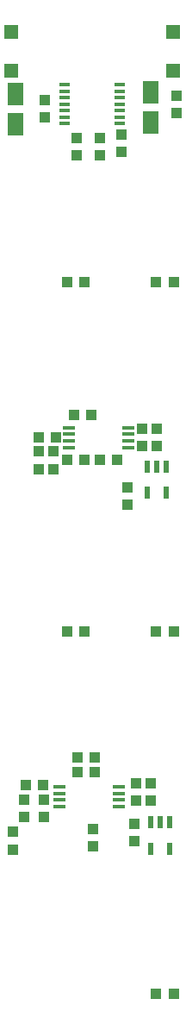
<source format=gbr>
%TF.GenerationSoftware,KiCad,Pcbnew,7.0.5-0*%
%TF.CreationDate,2023-09-10T13:20:23+02:00*%
%TF.ProjectId,links,6c696e6b-732e-46b6-9963-61645f706362,rev?*%
%TF.SameCoordinates,Original*%
%TF.FileFunction,Paste,Top*%
%TF.FilePolarity,Positive*%
%FSLAX46Y46*%
G04 Gerber Fmt 4.6, Leading zero omitted, Abs format (unit mm)*
G04 Created by KiCad (PCBNEW 7.0.5-0) date 2023-09-10 13:20:23*
%MOMM*%
%LPD*%
G01*
G04 APERTURE LIST*
%ADD10R,1.400000X1.400000*%
%ADD11R,1.600000X2.200000*%
%ADD12R,1.000000X1.100000*%
%ADD13R,1.100000X1.000000*%
%ADD14R,0.600000X1.200000*%
%ADD15R,1.200000X0.350000*%
%ADD16R,0.990600X0.304800*%
G04 APERTURE END LIST*
D10*
%TO.C,D1*%
X140573600Y-52700450D03*
X140573600Y-56500450D03*
%TD*%
%TO.C,D2*%
X156448600Y-56500450D03*
X156448600Y-52700450D03*
%TD*%
D11*
%TO.C,C1*%
X141000000Y-61800000D03*
X141000000Y-58800000D03*
%TD*%
D12*
%TO.C,R21*%
X156504900Y-147151750D03*
X154804900Y-147151750D03*
%TD*%
D13*
%TO.C,C7*%
X147773600Y-94764250D03*
X146073600Y-94764250D03*
%TD*%
D14*
%TO.C,IC3*%
X155811100Y-95363150D03*
X154861100Y-95363150D03*
X153911100Y-95363150D03*
X153911100Y-97975150D03*
X155811100Y-97975150D03*
%TD*%
D12*
%TO.C,C10*%
X148600000Y-132650000D03*
X148600000Y-130950000D03*
%TD*%
D11*
%TO.C,C2*%
X154226100Y-61656750D03*
X154226100Y-58656750D03*
%TD*%
D12*
%TO.C,C6*%
X153432400Y-93391750D03*
X153432400Y-91691750D03*
%TD*%
D13*
%TO.C,R3*%
X147000000Y-63150000D03*
X147000000Y-64850000D03*
%TD*%
D12*
%TO.C,R14*%
X147026100Y-125402950D03*
X148726100Y-125402950D03*
%TD*%
%TO.C,R5*%
X156504900Y-77301750D03*
X154804900Y-77301750D03*
%TD*%
%TO.C,R15*%
X143646100Y-126673050D03*
X141946100Y-126673050D03*
%TD*%
D13*
%TO.C,R7*%
X154861100Y-93391750D03*
X154861100Y-91691750D03*
%TD*%
D12*
%TO.C,C4*%
X156766100Y-60689250D03*
X156766100Y-58989250D03*
%TD*%
D13*
%TO.C,C5*%
X148408600Y-90319250D03*
X146708600Y-90319250D03*
%TD*%
D12*
%TO.C,C3*%
X143800000Y-61100000D03*
X143800000Y-59400000D03*
%TD*%
D14*
%TO.C,IC5*%
X156128600Y-130288250D03*
X155178600Y-130288250D03*
X154228600Y-130288250D03*
X154228600Y-132900250D03*
X156128600Y-132900250D03*
%TD*%
D13*
%TO.C,R11*%
X152003600Y-97406650D03*
X152003600Y-99106650D03*
%TD*%
%TO.C,C8*%
X148726100Y-123974250D03*
X147026100Y-123974250D03*
%TD*%
D12*
%TO.C,R6*%
X144916100Y-92541750D03*
X143216100Y-92541750D03*
%TD*%
D15*
%TO.C,IC4*%
X145268600Y-126809250D03*
X145268600Y-127459250D03*
X145268600Y-128109250D03*
X145268600Y-128759250D03*
X151118600Y-128759250D03*
X151118600Y-128109250D03*
X151118600Y-127459250D03*
X151118600Y-126809250D03*
%TD*%
D12*
%TO.C,R12*%
X147773600Y-111591750D03*
X146073600Y-111591750D03*
%TD*%
D13*
%TO.C,R1*%
X149300000Y-64850000D03*
X149300000Y-63150000D03*
%TD*%
%TO.C,R20*%
X140700000Y-132950000D03*
X140700000Y-131250000D03*
%TD*%
%TO.C,R17*%
X141843600Y-129745450D03*
X141843600Y-128045450D03*
%TD*%
%TO.C,R18*%
X143748500Y-129745450D03*
X143748500Y-128045450D03*
%TD*%
%TO.C,R2*%
X151368600Y-62799250D03*
X151368600Y-64499250D03*
%TD*%
D12*
%TO.C,R10*%
X149248600Y-94764250D03*
X150948600Y-94764250D03*
%TD*%
%TO.C,R13*%
X154804800Y-111591750D03*
X156504800Y-111591750D03*
%TD*%
%TO.C,C9*%
X152797400Y-128157950D03*
X152797400Y-126457950D03*
%TD*%
D16*
%TO.C,IC1*%
X145793300Y-57934250D03*
X145793300Y-58569250D03*
X145793300Y-59204250D03*
X145793300Y-59839250D03*
X145793300Y-60474250D03*
X145793300Y-61109250D03*
X145793300Y-61744250D03*
X151228900Y-61744250D03*
X151228900Y-61109250D03*
X151228900Y-60474250D03*
X151228900Y-59839250D03*
X151228900Y-59204250D03*
X151228900Y-58569250D03*
X151228900Y-57934250D03*
%TD*%
D13*
%TO.C,R8*%
X143272400Y-95614250D03*
X143272400Y-93914250D03*
%TD*%
D12*
%TO.C,R4*%
X147773600Y-77301750D03*
X146073600Y-77301750D03*
%TD*%
D13*
%TO.C,R9*%
X144701100Y-95614250D03*
X144701100Y-93914250D03*
%TD*%
%TO.C,R19*%
X152638600Y-130426750D03*
X152638600Y-132126750D03*
%TD*%
%TO.C,R16*%
X154226100Y-128157950D03*
X154226100Y-126457950D03*
%TD*%
D15*
%TO.C,IC2*%
X146221100Y-91566750D03*
X146221100Y-92216750D03*
X146221100Y-92866750D03*
X146221100Y-93516750D03*
X152071100Y-93516750D03*
X152071100Y-92866750D03*
X152071100Y-92216750D03*
X152071100Y-91566750D03*
%TD*%
M02*

</source>
